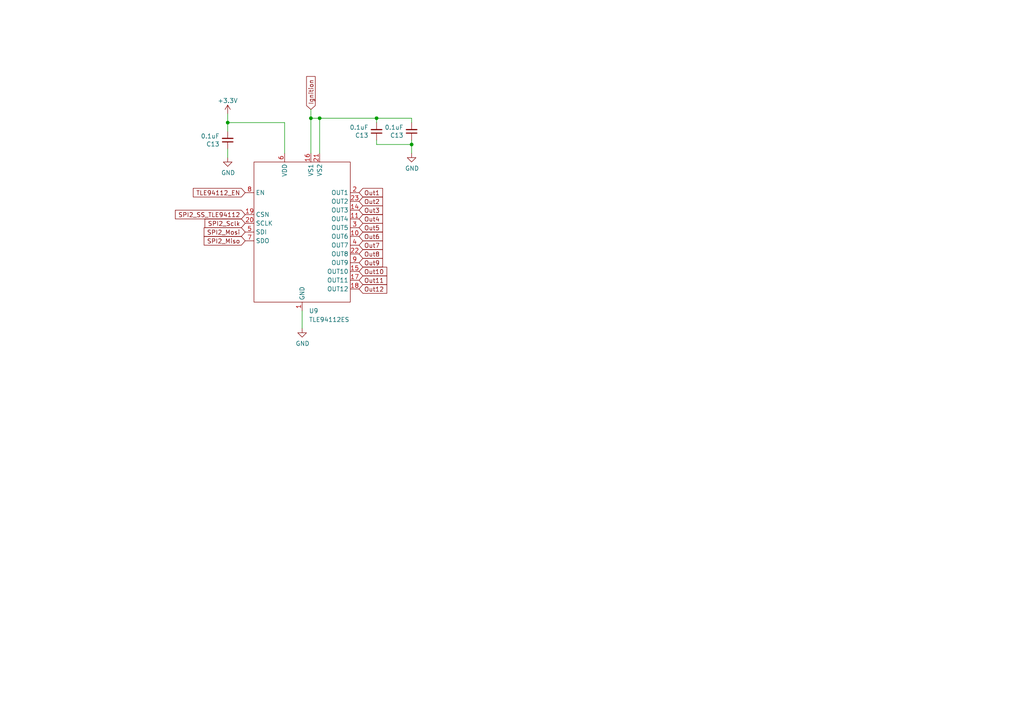
<source format=kicad_sch>
(kicad_sch (version 20230121) (generator eeschema)
  (paper "A4")
  (lib_symbols
    (symbol "Device:C_Small" (pin_numbers hide) (pin_names (offset 0.254) hide)
      (property "Reference" "C" (at 0.254 1.778 0))
      (property "Value" "C_Small" (at 0.254 -2.032 0))
      (symbol "C_Small_0_1"
        (polyline (pts (xy -1.524 -0.508) (xy 1.524 -0.508)) (stroke (width 0.3302)))
        (polyline (pts (xy -1.524 0.508) (xy 1.524 0.508)) (stroke (width 0.3048)))
      )
      (symbol "C_Small_1_1"
        (pin passive line (at 0 2.54 270) (length 2.032) (name "~") (number "1"))
        (pin passive line (at 0 -2.54 90) (length 2.032) (name "~") (number "2"))
      )
    )
    (symbol "MyLibrary:TLE94112ES"
      (property "Reference" "U" (at 0 0 0))
      (property "Value" "TLE94112ES" (at 0 0 0))
      (symbol "TLE94112ES_0_1"
        (rectangle (start -13.97 20.32) (end 13.97 -20.32))
      )
      (symbol "TLE94112ES_1_1"
        (pin input line (at 0 -22.86 90) (length 2.54) (name "GND") (number "1"))
        (pin output line (at 16.51 -1.27 180) (length 2.54) (name "OUT6") (number "10"))
        (pin output line (at 16.51 3.81 180) (length 2.54) (name "OUT4") (number "11"))
        (pin input line (at 0 -22.86 90) (length 2.54) hide (name "GND") (number "12"))
        (pin input line (at 0 -22.86 90) (length 2.54) hide (name "GND") (number "13"))
        (pin output line (at 16.51 6.35 180) (length 2.54) (name "OUT3") (number "14"))
        (pin output line (at 16.51 -11.43 180) (length 2.54) (name "OUT10") (number "15"))
        (pin input line (at 2.54 22.86 270) (length 2.54) (name "VS1") (number "16"))
        (pin output line (at 16.51 -13.97 180) (length 2.54) (name "OUT11") (number "17"))
        (pin output line (at 16.51 -16.51 180) (length 2.54) (name "OUT12") (number "18"))
        (pin input line (at -16.51 5.08 0) (length 2.54) (name "CSN") (number "19"))
        (pin output line (at 16.51 11.43 180) (length 2.54) (name "OUT1") (number "2"))
        (pin input line (at -16.51 2.54 0) (length 2.54) (name "SCLK") (number "20"))
        (pin input line (at 5.08 22.86 270) (length 2.54) (name "VS2") (number "21"))
        (pin output line (at 16.51 -6.35 180) (length 2.54) (name "OUT8") (number "22"))
        (pin output line (at 16.51 8.89 180) (length 2.54) (name "OUT2") (number "23"))
        (pin input line (at 0 -22.86 90) (length 2.54) hide (name "GND") (number "24"))
        (pin output line (at 16.51 1.27 180) (length 2.54) (name "OUT5") (number "3"))
        (pin output line (at 16.51 -3.81 180) (length 2.54) (name "OUT7") (number "4"))
        (pin input line (at -16.51 0 0) (length 2.54) (name "SDI") (number "5"))
        (pin input line (at -5.08 22.86 270) (length 2.54) (name "VDD") (number "6"))
        (pin input line (at -16.51 -2.54 0) (length 2.54) (name "SDO") (number "7"))
        (pin input line (at -16.51 11.43 0) (length 2.54) (name "EN") (number "8"))
        (pin output line (at 16.51 -8.89 180) (length 2.54) (name "OUT9") (number "9"))
        (pin input line (at 0 -22.86 90) (length 2.54) hide (name "GND") (number "EDP"))
      )
    )
    (symbol "power:+3.3V" (power) (pin_names (offset 0))
      (property "Value" "+3.3V" (at 0 3.556 0))
      (symbol "+3.3V_0_1"
        (polyline (pts (xy -0.762 1.27) (xy 0 2.54)))
        (polyline (pts (xy 0 0) (xy 0 2.54)))
        (polyline (pts (xy 0 2.54) (xy 0.762 1.27)))
      )
      (symbol "+3.3V_1_1"
        (pin power_in line (at 0 0 90) (length 0) hide (name "+3.3V") (number "1"))
      )
    )
    (symbol "power:GND" (power) (pin_names (offset 0))
      (property "Value" "GND" (at 0 -3.81 0))
      (symbol "GND_0_1"
        (polyline (pts (xy 0 0) (xy 0 -1.27) (xy 1.27 -1.27) (xy 0 -2.54) (xy -1.27 -1.27) (xy 0 -1.27)))
      )
      (symbol "GND_1_1"
        (pin power_in line (at 0 0 270) (length 0) hide (name "GND") (number "1"))
      )
    )
  )
  (junction (at 119.38 41.91))
  (junction (at 90.17 34.29))
  (junction (at 66.04 35.56))
  (junction (at 92.71 34.29))
  (junction (at 109.22 34.29))
  (wire (pts (xy 109.22 41.91) (xy 119.38 41.91)))
  (wire (pts (xy 109.22 40.64) (xy 109.22 41.91)))
  (wire (pts (xy 82.55 35.56) (xy 66.04 35.56)))
  (wire (pts (xy 66.04 35.56) (xy 66.04 38.1)))
  (wire (pts (xy 66.04 43.18) (xy 66.04 45.72)))
  (wire (pts (xy 119.38 35.56) (xy 119.38 34.29)))
  (wire (pts (xy 119.38 41.91) (xy 119.38 44.45)))
  (wire (pts (xy 109.22 35.56) (xy 109.22 34.29)))
  (wire (pts (xy 66.04 33.02) (xy 66.04 35.56)))
  (wire (pts (xy 87.63 90.17) (xy 87.63 95.25)))
  (wire (pts (xy 119.38 40.64) (xy 119.38 41.91)))
  (wire (pts (xy 90.17 31.75) (xy 90.17 34.29)))
  (wire (pts (xy 92.71 34.29) (xy 92.71 44.45)))
  (wire (pts (xy 90.17 34.29) (xy 90.17 44.45)))
  (wire (pts (xy 119.38 34.29) (xy 109.22 34.29)))
  (wire (pts (xy 82.55 44.45) (xy 82.55 35.56)))
  (wire (pts (xy 109.22 34.29) (xy 92.71 34.29)))
  (wire (pts (xy 92.71 34.29) (xy 90.17 34.29)))
  (global_label "Out6" (shape input) (at 104.14 68.58 0) (property "Intersheetrefs" "${INTERSHEET_REFS}" (effects hide)))
  (global_label "Ignition" (shape input) (at 90.17 31.75 90) (property "Intersheetrefs" "${INTERSHEET_REFS}" (effects hide)))
  (global_label "Out2" (shape input) (at 104.14 58.42 0) (property "Intersheetrefs" "${INTERSHEET_REFS}" (effects hide)))
  (global_label "SPI2_Mosi" (shape input) (at 71.12 67.31 180) (property "Intersheetrefs" "${INTERSHEET_REFS}" (effects hide)))
  (global_label "Out7" (shape input) (at 104.14 71.12 0) (property "Intersheetrefs" "${INTERSHEET_REFS}" (effects hide)))
  (global_label "Out11" (shape input) (at 104.14 81.28 0) (property "Intersheetrefs" "${INTERSHEET_REFS}" (effects hide)))
  (global_label "SPI2_SS_TLE94112" (shape input) (at 71.12 62.23 180) (property "Intersheetrefs" "${INTERSHEET_REFS}" (effects hide)))
  (global_label "TLE94112_EN" (shape input) (at 71.12 55.88 180) (property "Intersheetrefs" "${INTERSHEET_REFS}" (effects hide)))
  (global_label "SPI2_Sclk" (shape input) (at 71.12 64.77 180) (property "Intersheetrefs" "${INTERSHEET_REFS}" (effects hide)))
  (global_label "SPI2_Miso" (shape input) (at 71.12 69.85 180) (property "Intersheetrefs" "${INTERSHEET_REFS}" (effects hide)))
  (global_label "Out10" (shape input) (at 104.14 78.74 0) (property "Intersheetrefs" "${INTERSHEET_REFS}" (effects hide)))
  (global_label "Out12" (shape input) (at 104.14 83.82 0) (property "Intersheetrefs" "${INTERSHEET_REFS}" (effects hide)))
  (global_label "Out3" (shape input) (at 104.14 60.96 0) (property "Intersheetrefs" "${INTERSHEET_REFS}" (effects hide)))
  (global_label "Out9" (shape input) (at 104.14 76.2 0) (property "Intersheetrefs" "${INTERSHEET_REFS}" (effects hide)))
  (global_label "Out4" (shape input) (at 104.14 63.5 0) (property "Intersheetrefs" "${INTERSHEET_REFS}" (effects hide)))
  (global_label "Out8" (shape input) (at 104.14 73.66 0) (property "Intersheetrefs" "${INTERSHEET_REFS}" (effects hide)))
  (global_label "Out1" (shape input) (at 104.14 55.88 0) (property "Intersheetrefs" "${INTERSHEET_REFS}" (effects hide)))
  (global_label "Out5" (shape input) (at 104.14 66.04 0) (property "Intersheetrefs" "${INTERSHEET_REFS}" (effects hide)))
  (symbol (lib_id "Device:C_Small") (at 66.04 40.64 180) (unit 1)
    (property "Reference" "C13" (at 63.7032 41.8084 0) (effects (justify left)))
    (property "Value" "0.1uF" (at 63.7032 39.497 0) (effects (justify left)))
    (property "Footprint" "Capacitor_SMD:C_0603_1608Metric_Pad1.08x0.95mm_HandSolder" (effects hide))
    (instances (project "Power Module Rev 4" (path "" (reference "C13") (unit 1))) (project "Power Module Rev 5" (path "" (reference "C21") (unit 1)) (path "" (reference "C52") (unit 1))) (project "Brytec_InputModuleRev2" (path "" (reference "C5") (unit 1)) (path "" (reference "C43") (unit 1))))
  )
  (symbol (lib_id "power:GND") (at 66.04 45.72 0) (unit 1)
    (property "Reference" "#PWR018" (effects hide))
    (property "Value" "GND" (at 66.167 50.1142 0))
    (instances (project "Power Module Rev 4" (path "" (reference "#PWR018") (unit 1))) (project "Power Module Rev 5" (path "" (reference "#PWR016") (unit 1)) (path "" (reference "#PWR090") (unit 1))) (project "Brytec_InputModuleRev2" (path "" (reference "#PWR011") (unit 1)) (path "" (reference "#PWR056") (unit 1))))
  )
  (symbol (lib_id "Device:C_Small") (at 109.22 38.1 180) (unit 1)
    (property "Reference" "C13" (at 106.8832 39.2684 0) (effects (justify left)))
    (property "Value" "0.1uF" (at 106.8832 36.957 0) (effects (justify left)))
    (property "Footprint" "Capacitor_SMD:C_0603_1608Metric_Pad1.08x0.95mm_HandSolder" (effects hide))
    (instances (project "Power Module Rev 4" (path "" (reference "C13") (unit 1))) (project "Power Module Rev 5" (path "" (reference "C21") (unit 1)) (path "" (reference "C52") (unit 1))) (project "Brytec_InputModuleRev2" (path "" (reference "C5") (unit 1)) (path "" (reference "C44") (unit 1))))
  )
  (symbol (lib_id "power:GND") (at 87.63 95.25 0) (unit 1)
    (property "Reference" "#PWR018" (effects hide))
    (property "Value" "GND" (at 87.757 99.6442 0))
    (instances (project "Power Module Rev 4" (path "" (reference "#PWR018") (unit 1))) (project "Power Module Rev 5" (path "" (reference "#PWR016") (unit 1)) (path "" (reference "#PWR090") (unit 1))) (project "Brytec_InputModuleRev2" (path "" (reference "#PWR011") (unit 1)) (path "" (reference "#PWR057") (unit 1))))
  )
  (symbol (lib_id "MyLibrary:TLE94112ES") (at 87.63 67.31 0) (unit 1)
    (property "Reference" "U9" (at 89.5859 90.17 0) (effects (justify left)))
    (property "Value" "TLE94112ES" (at 89.5859 92.71 0) (effects (justify left)))
    (property "Footprint" "MyKiCadLibraries:Infineon_TSDSO-24" (effects hide))
  )
  (symbol (lib_id "Device:C_Small") (at 119.38 38.1 180) (unit 1)
    (property "Reference" "C13" (at 117.0432 39.2684 0) (effects (justify left)))
    (property "Value" "0.1uF" (at 117.0432 36.957 0) (effects (justify left)))
    (property "Footprint" "Capacitor_SMD:C_0603_1608Metric_Pad1.08x0.95mm_HandSolder" (effects hide))
    (instances (project "Power Module Rev 4" (path "" (reference "C13") (unit 1))) (project "Power Module Rev 5" (path "" (reference "C21") (unit 1)) (path "" (reference "C52") (unit 1))) (project "Brytec_InputModuleRev2" (path "" (reference "C5") (unit 1)) (path "" (reference "C45") (unit 1))))
  )
  (symbol (lib_id "power:GND") (at 119.38 44.45 0) (unit 1)
    (property "Reference" "#PWR018" (effects hide))
    (property "Value" "GND" (at 119.507 48.8442 0))
    (instances (project "Power Module Rev 4" (path "" (reference "#PWR018") (unit 1))) (project "Power Module Rev 5" (path "" (reference "#PWR016") (unit 1)) (path "" (reference "#PWR090") (unit 1))) (project "Brytec_InputModuleRev2" (path "" (reference "#PWR011") (unit 1)) (path "" (reference "#PWR058") (unit 1))))
  )
  (symbol (lib_id "power:+3.3V") (at 66.04 33.02 0) (unit 1)
    (property "Reference" "#PWR078" (effects hide))
    (property "Value" "+3.3V" (at 66.04 29.21 0))
    (instances (project "Power Module Rev 5" (path "" (reference "#PWR078") (unit 1))) (project "Brytec_InputModuleRev2" (path "" (reference "#PWR07") (unit 1)) (path "" (reference "#PWR055") (unit 1))))
  )
)
</source>
